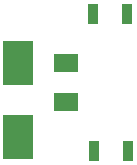
<source format=gbp>
G04 #@! TF.FileFunction,Paste,Bot*
%FSLAX46Y46*%
G04 Gerber Fmt 4.6, Leading zero omitted, Abs format (unit mm)*
G04 Created by KiCad (PCBNEW 4.0.4+e1-6308~48~ubuntu16.04.1-stable) date Mon Dec 19 21:24:52 2016*
%MOMM*%
%LPD*%
G01*
G04 APERTURE LIST*
%ADD10C,0.100000*%
%ADD11R,2.500000X3.750000*%
%ADD12R,0.900000X1.700000*%
%ADD13R,2.032000X1.524000*%
G04 APERTURE END LIST*
D10*
D11*
X11136000Y2941000D03*
X11136000Y9191000D03*
D12*
X20460000Y1748000D03*
X17560000Y1748000D03*
X20350000Y13350000D03*
X17450000Y13350000D03*
D13*
X15200000Y9241000D03*
X15200000Y5939000D03*
M02*

</source>
